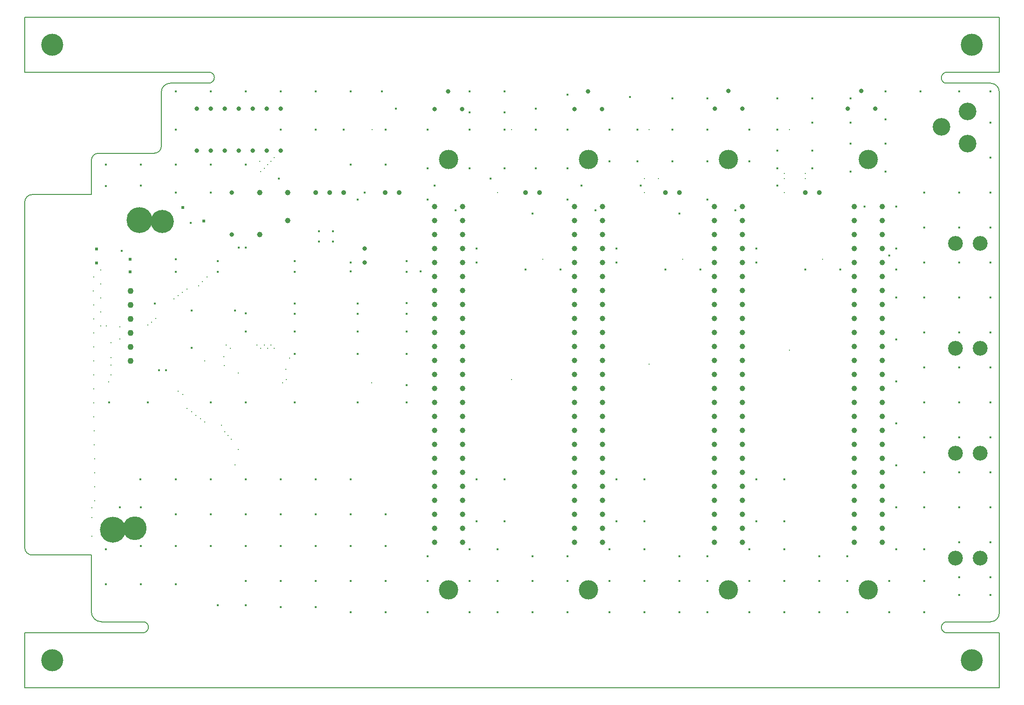
<source format=gbr>
G04 DesignSpark PCB PRO Gerber Version 10.0 Build 5299*
G04 #@! TF.Part,CustomerPanel*
G04 #@! TF.FilePolarity,Positive*
%FSLAX35Y35*%
%MOIN*%
%ADD10C,0.00500*%
G04 #@! TA.AperFunction,ViaDrill*
%ADD79C,0.01181*%
%ADD82C,0.01598*%
%ADD81C,0.01600*%
%ADD80C,0.02400*%
G04 #@! TA.AperFunction,ComponentDrill*
%ADD90C,0.03150*%
%ADD91C,0.03200*%
%ADD89C,0.03500*%
%ADD93C,0.03543*%
%ADD87C,0.03937*%
%ADD86C,0.04331*%
%ADD94C,0.10591*%
%ADD92C,0.12598*%
%ADD88C,0.13780*%
G04 #@! TA.AperFunction,MechanicalDrill*
%ADD78C,0.15748*%
%ADD84C,0.16535*%
%ADD85C,0.16929*%
%ADD83C,0.18504*%
G04 #@! TD.AperFunction*
X0Y0D02*
D02*
D79*
X318528Y399211D03*
X418154D03*
X516654D03*
X616904D03*
X248576Y379191D03*
X238093Y376711D03*
X246205D03*
X243834Y374211D03*
X241463Y371711D03*
X238967Y369211D03*
X613154Y367961D03*
X628154D03*
X513154Y364211D03*
X523154D03*
X613154D03*
X628154D03*
X408154Y354211D03*
X513154D03*
X613177D03*
X440654Y306711D03*
X540654D03*
X640654D03*
X124564Y298881D03*
X119447Y294014D03*
X200569D03*
X197200Y290519D03*
X124439Y288897D03*
X194454Y287524D03*
X186303Y285278D03*
X119322Y283994D03*
X182972Y282906D03*
X180004Y280660D03*
X124439Y279037D03*
X176854Y278289D03*
X119572Y273994D03*
X124564Y268928D03*
X163752Y264211D03*
X119572Y264028D03*
X160882Y261815D03*
X158261Y259568D03*
X124564Y258944D03*
X128558D03*
X138168Y258320D03*
X119697Y253994D03*
X138293Y249709D03*
X131803Y246899D03*
X214256Y245402D03*
X236096D03*
X241463D03*
X246205D03*
X119697Y243994D03*
X217251Y242906D03*
X238842D03*
X243834D03*
X248576D03*
X616904Y241711D03*
X212633Y236986D03*
X132052Y236230D03*
X259404Y235885D03*
X119572Y233994D03*
X199030Y233837D03*
X516654Y231711D03*
X132052Y231113D03*
X212883Y230687D03*
X256904Y227929D03*
X223034Y225308D03*
X119572Y223994D03*
X132052D03*
X418154Y220815D03*
X257063Y220566D03*
X130180Y219007D03*
X254692Y218194D03*
X318154D03*
X119572Y213994D03*
X180004Y212393D03*
X183222Y210021D03*
X119572Y203994D03*
X186303Y200037D03*
X189452Y197541D03*
X192582Y195045D03*
X119572Y193994D03*
X195752Y192674D03*
X198901Y190302D03*
X211053Y187931D03*
X119822Y183994D03*
X213299Y183438D03*
X215670Y180693D03*
X218042Y177947D03*
X119946Y174063D03*
X223034Y170583D03*
X120196Y163994D03*
X220538Y159601D03*
X120071Y153994D03*
X120196Y143994D03*
X120321Y133994D03*
X118157Y129085D03*
Y121846D03*
X118282Y108681D03*
D02*
D80*
X183154Y343787D03*
X198153Y334076D03*
X121569Y313982D03*
X145653Y306711D03*
X121569Y304123D03*
X145653Y297537D03*
D02*
D81*
X178154Y426711D03*
X203154D03*
X228154D03*
X253154D03*
X278154D03*
X303154D03*
X325654D03*
X388154D03*
X413154D03*
X685654D03*
X710654D03*
X738154D03*
X760654D03*
X458154Y424211D03*
X502800Y422537D03*
X533154Y421711D03*
X558154D03*
X608154D03*
X633154D03*
X660654D03*
X335654Y414211D03*
X435654D03*
X388154Y411711D03*
X413154D03*
X685654Y406711D03*
X633154Y404211D03*
X660654D03*
X760654D03*
X178154Y399211D03*
X253154D03*
X278154D03*
X298154D03*
X328154D03*
X358154D03*
X388154D03*
X413154D03*
X435654D03*
X458154D03*
X488154D03*
X508154D03*
X533154D03*
X558154D03*
X588154D03*
X608154D03*
X660654Y389211D03*
X685654D03*
X608154Y384211D03*
X633154D03*
X760654Y379211D03*
X488154Y376711D03*
X508154D03*
X533154D03*
X558154D03*
X588154D03*
X128153Y374211D03*
X153153D03*
X178154D03*
X203154D03*
X228154D03*
X303154D03*
X328154D03*
X358154Y371711D03*
X388154D03*
X413154D03*
X435654D03*
X458154D03*
X608154D03*
X633154D03*
X660654Y369211D03*
X685654D03*
X251904Y364211D03*
X403154D03*
X153154Y359211D03*
X363154D03*
X468154D03*
X510654D03*
X608154D03*
X128153Y358934D03*
X178154Y354211D03*
X203154D03*
X313154D03*
X713154D03*
X738154D03*
X760654D03*
X308154Y349211D03*
X358154D03*
X458154D03*
X558154D03*
X670654Y344211D03*
X693154D03*
X378154Y341711D03*
X478154D03*
X578154D03*
X433154Y339211D03*
X538154D03*
X188920Y332514D03*
X713154Y329211D03*
X738154D03*
X760654D03*
X223153Y315037D03*
X228153D03*
X393154Y314211D03*
X493154D03*
X593154D03*
X693154D03*
X139403Y312537D03*
X688154Y309211D03*
X178154Y306711D03*
X208153Y305461D03*
X263154D03*
X343154D03*
X303154Y304211D03*
X393154D03*
X493154D03*
X593154D03*
X713154D03*
X738154D03*
X760654D03*
X428154Y299211D03*
X453154D03*
X528154D03*
X553154D03*
X628154D03*
X653154D03*
X693154D03*
X303154Y297961D03*
X353154D03*
X178154Y297537D03*
X208154D03*
X263154D03*
X343154D03*
X693154Y279211D03*
X713154D03*
X738154D03*
X760654D03*
X343154Y275461D03*
X163153Y275037D03*
X263154D03*
X308153D03*
X189403Y270037D03*
X220653D03*
X228154Y267961D03*
X263154Y267537D03*
X308153D03*
X343154D03*
X228154Y255011D03*
X263154Y254887D03*
X308153D03*
X343154D03*
X713154Y254211D03*
X738154D03*
X760654D03*
X693154Y249211D03*
X189462Y243344D03*
X308153Y239161D03*
X343154D03*
X263154Y239037D03*
X713154Y229211D03*
X738154D03*
X760654D03*
X166124Y227494D03*
X171241D03*
X693154Y219211D03*
X343154Y216711D03*
X130653Y204211D03*
X158154D03*
X203154D03*
X228153D03*
X263154D03*
X308153D03*
X343154D03*
X713154D03*
X738154D03*
X760654D03*
X693154Y189211D03*
X713154Y179211D03*
X738154D03*
X760654D03*
X693154Y159211D03*
X713154Y154211D03*
X738154D03*
X760654D03*
X152977Y149211D03*
X178154D03*
X203154D03*
X228154D03*
X253154D03*
X278154D03*
X303154D03*
X393154D03*
X413154D03*
X493154D03*
X513154D03*
X593154D03*
X613154D03*
X153352Y129211D03*
X693154D03*
X713154D03*
X738154D03*
X760654D03*
X138375Y129210D03*
X178154Y124211D03*
X203154D03*
X228154D03*
X253154D03*
X278154D03*
X303154D03*
X328154D03*
X393154Y119211D03*
X413154D03*
X493154D03*
X513154D03*
X593154D03*
X613154D03*
X738154Y104211D03*
X760654D03*
X153153Y101711D03*
X178154D03*
X203154D03*
X228154D03*
X253154D03*
X278154D03*
X303154D03*
X328154D03*
X128153Y99211D03*
X388154D03*
X408154D03*
X488154D03*
X513154D03*
X588154D03*
X613154D03*
X693154D03*
X713154D03*
X358154Y94211D03*
X433154D03*
X458154D03*
X538154D03*
X558154D03*
X638154D03*
X658154D03*
X738154Y79211D03*
X760654D03*
X228154Y76711D03*
X253154D03*
X278154D03*
X303154D03*
X328154D03*
X358154D03*
X388154D03*
X408154D03*
X433154D03*
X458154D03*
X488154D03*
X513154D03*
X538154D03*
X558154D03*
X588154D03*
X613154D03*
X638154D03*
X658154D03*
X688154D03*
X713154D03*
X128154Y74211D03*
X153154D03*
X178154D03*
X738154Y66711D03*
X760654D03*
X208154Y59211D03*
X228154D03*
X253154Y57961D03*
X278154D03*
X303154Y54211D03*
X328154D03*
X358154D03*
X388154D03*
X408154D03*
X433154D03*
X458154D03*
X488154D03*
X513154D03*
X538154D03*
X558154D03*
X588154D03*
X613154D03*
X638154D03*
X658154D03*
X688154D03*
X713154D03*
D02*
D82*
X280654Y326711D03*
X290654D03*
X280654Y319211D03*
X290654D03*
D02*
D83*
X152130Y334545D03*
X133233Y113443D03*
D02*
D84*
X168666Y333719D03*
D02*
D85*
X148981Y114270D03*
D02*
D86*
X145906Y283859D03*
Y273859D03*
Y263859D03*
Y253859D03*
Y243859D03*
Y233859D03*
D02*
D87*
X238077Y354254D03*
X258077D03*
X363153Y344211D03*
X383153D03*
X463153Y344188D03*
X483153D03*
X563154Y344188D03*
X583154D03*
X663154D03*
X683154D03*
X258077Y334254D03*
X363153Y334211D03*
X383153D03*
X463153Y334188D03*
X483153D03*
X563154Y334188D03*
X583154D03*
X663154D03*
X683154D03*
X238077Y324254D03*
X363153Y324211D03*
X383153D03*
X463153Y324188D03*
X483153D03*
X563154Y324188D03*
X583154D03*
X663154D03*
X683154D03*
X363153Y314211D03*
X383153D03*
X463153Y314188D03*
X483153D03*
X563154Y314188D03*
X583154D03*
X663154D03*
X683154D03*
X363153Y304211D03*
X383153D03*
X463153Y304188D03*
X483153D03*
X563154Y304188D03*
X583154D03*
X663154D03*
X683154D03*
X363153Y294211D03*
X383153D03*
X463153Y294188D03*
X483153D03*
X563154Y294188D03*
X583154D03*
X663154D03*
X683154D03*
X363153Y284211D03*
X383153D03*
X463153Y284188D03*
X483153D03*
X563154Y284188D03*
X583154D03*
X663154D03*
X683154D03*
X363153Y274211D03*
X383153D03*
X463153Y274188D03*
X483153D03*
X563154Y274188D03*
X583154D03*
X663154D03*
X683154D03*
X363153Y264211D03*
X383153D03*
X463153Y264188D03*
X483153D03*
X563154Y264188D03*
X583154D03*
X663154D03*
X683154D03*
X363153Y254211D03*
X383153D03*
X463153Y254188D03*
X483153D03*
X563154Y254188D03*
X583154D03*
X663154D03*
X683154D03*
X363153Y244211D03*
X383153D03*
X463153Y244188D03*
X483153D03*
X563154Y244188D03*
X583154D03*
X663154D03*
X683154D03*
X363153Y234211D03*
X383153D03*
X463153Y234188D03*
X483153D03*
X563154Y234188D03*
X583154D03*
X663154D03*
X683154D03*
X363153Y224211D03*
X383153D03*
X463153Y224188D03*
X483153D03*
X563154Y224188D03*
X583154D03*
X663154D03*
X683154D03*
X363153Y214211D03*
X383153D03*
X463153Y214188D03*
X483153D03*
X563154Y214188D03*
X583154D03*
X663154D03*
X683154D03*
X363153Y204211D03*
X383153D03*
X463153Y204188D03*
X483153D03*
X563154Y204188D03*
X583154D03*
X663154D03*
X683154D03*
X363153Y194211D03*
X383153D03*
X463153Y194188D03*
X483153D03*
X563154Y194188D03*
X583154D03*
X663154D03*
X683154D03*
X363153Y184211D03*
X383153D03*
X463153Y184188D03*
X483153D03*
X563154Y184188D03*
X583154D03*
X663154D03*
X683154D03*
X363153Y174211D03*
X383153D03*
X463153Y174188D03*
X483153D03*
X563154Y174188D03*
X583154D03*
X663154D03*
X683154D03*
X363153Y164211D03*
X383153D03*
X463153Y164188D03*
X483153D03*
X563154Y164188D03*
X583154D03*
X663154D03*
X683154D03*
X363153Y154211D03*
X383153D03*
X463153Y154188D03*
X483153D03*
X563154Y154188D03*
X583154D03*
X663154D03*
X683154D03*
X363153Y144211D03*
X383153D03*
X463153Y144188D03*
X483153D03*
X563154Y144188D03*
X583154D03*
X663154D03*
X683154D03*
X363153Y134211D03*
X383153D03*
X463153Y134188D03*
X483153D03*
X563154Y134188D03*
X583154D03*
X663154D03*
X683154D03*
X363153Y124211D03*
X383153D03*
X463153Y124188D03*
X483153D03*
X563154Y124188D03*
X583154D03*
X663154D03*
X683154D03*
X363153Y114211D03*
X383153D03*
X463153Y114188D03*
X483153D03*
X563154Y114188D03*
X583154D03*
X663154D03*
X683154D03*
X363153Y104211D03*
X383153D03*
X463153Y104188D03*
X483153D03*
X563154Y104188D03*
X583154D03*
X663154D03*
X683154D03*
D02*
D88*
X373153Y377970D03*
X473153Y377948D03*
X573154Y377948D03*
X673154D03*
X373153Y70451D03*
X473153Y70428D03*
X573154Y70428D03*
X673154D03*
D02*
D89*
X327978Y354211D03*
X337978D03*
X428194D03*
X438194D03*
X528154D03*
X538154D03*
X628087D03*
X638087D03*
D02*
D90*
X573311Y426859D03*
X668311D03*
X373022Y426734D03*
X472989D03*
X563469Y414260D03*
X583154D03*
X658469D03*
X678154D03*
X363180Y414135D03*
X382865D03*
X463147D03*
X482832D03*
D02*
D91*
X193154Y414211D03*
X203154D03*
X213154D03*
X223154D03*
X233154D03*
X243154D03*
X253154D03*
X193154Y384211D03*
X203154D03*
X213154D03*
X223154D03*
X233154D03*
X243154D03*
X253154D03*
X218154Y354355D03*
Y324355D03*
X313154Y314211D03*
Y304211D03*
D02*
D92*
X744365Y412252D03*
X725467Y401228D03*
X744365Y389417D03*
D02*
D93*
X278123Y354230D03*
X288123D03*
X298123D03*
D02*
D94*
X735437Y317912D03*
X753154D03*
X735437Y242961D03*
X753154D03*
X735437Y167961D03*
X753154D03*
X735437Y92961D03*
X753154D03*
D02*
D10*
X70241Y479742D02*
Y440372D01*
X202165D01*
G75*
G02*
X205807Y436730I0J-3642D01*
G01*
Y436644D01*
G75*
G02*
X201673Y432511I-4134J0D01*
G01*
X174250D01*
G75*
G03*
X167885Y426146I0J-6365D01*
G01*
Y387457D01*
G75*
G02*
X162893Y382465I-4992J0D01*
G01*
X122956D01*
G75*
G03*
X117839Y377348I0J-5117D01*
G01*
Y352886D01*
X75607D01*
G75*
G03*
X70241Y347520I0J-5367D01*
G01*
Y100534D01*
G75*
G03*
X75607Y95168I5367J0D01*
G01*
X117839D01*
Y54753D01*
G75*
G03*
X125098Y47493I7260J0D01*
G01*
X154934D01*
G75*
G02*
X158661Y43765I0J-3728D01*
G01*
Y43569D01*
G75*
G02*
X154713Y39620I-3948J0D01*
G01*
X70241D01*
Y250D01*
X766890D01*
Y39620D01*
X729342D01*
G75*
G02*
X725492Y43470I0J3850D01*
G01*
G75*
G02*
X729516Y47494I4024J0D01*
G01*
X760678D01*
G75*
G03*
X766890Y53706I0J6212D01*
G01*
Y426344D01*
G75*
G03*
X760736Y432498I-6154J0D01*
G01*
X729082D01*
G75*
G02*
X725492Y436088I0J3590D01*
G01*
G75*
G02*
X729776Y440372I3939J344D01*
G01*
X766831D01*
Y479742D01*
X70241D01*
D02*
D78*
X89926Y19935D03*
Y460057D03*
X747146Y19935D03*
Y460057D03*
X0Y0D02*
M02*

</source>
